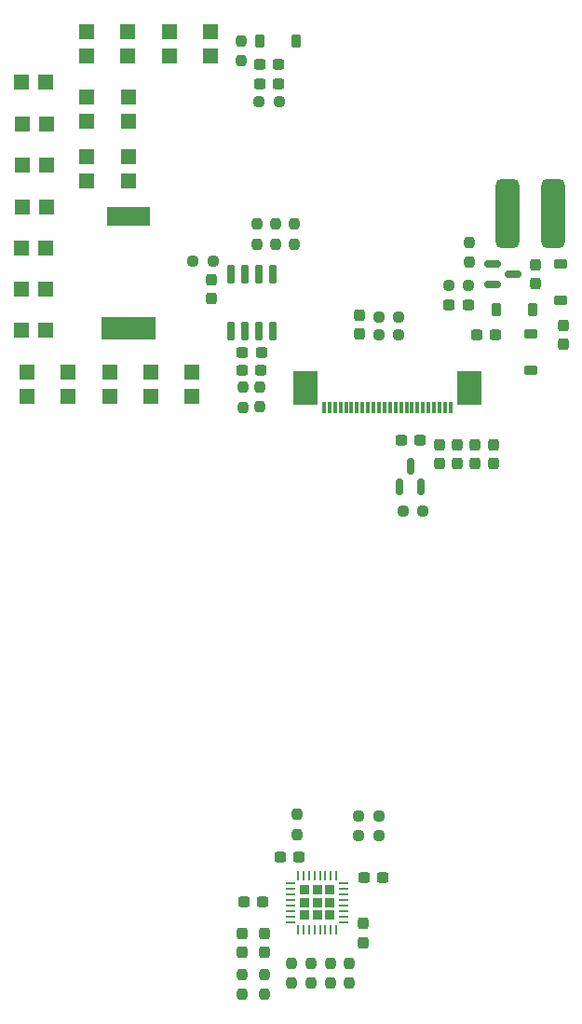
<source format=gbr>
%TF.GenerationSoftware,KiCad,Pcbnew,8.0.2*%
%TF.CreationDate,2025-02-23T20:01:42-05:00*%
%TF.ProjectId,Ecardz-Proto,45636172-647a-42d5-9072-6f746f2e6b69,rev?*%
%TF.SameCoordinates,Original*%
%TF.FileFunction,Paste,Top*%
%TF.FilePolarity,Positive*%
%FSLAX46Y46*%
G04 Gerber Fmt 4.6, Leading zero omitted, Abs format (unit mm)*
G04 Created by KiCad (PCBNEW 8.0.2) date 2025-02-23 20:01:42*
%MOMM*%
%LPD*%
G01*
G04 APERTURE LIST*
G04 Aperture macros list*
%AMRoundRect*
0 Rectangle with rounded corners*
0 $1 Rounding radius*
0 $2 $3 $4 $5 $6 $7 $8 $9 X,Y pos of 4 corners*
0 Add a 4 corners polygon primitive as box body*
4,1,4,$2,$3,$4,$5,$6,$7,$8,$9,$2,$3,0*
0 Add four circle primitives for the rounded corners*
1,1,$1+$1,$2,$3*
1,1,$1+$1,$4,$5*
1,1,$1+$1,$6,$7*
1,1,$1+$1,$8,$9*
0 Add four rect primitives between the rounded corners*
20,1,$1+$1,$2,$3,$4,$5,0*
20,1,$1+$1,$4,$5,$6,$7,0*
20,1,$1+$1,$6,$7,$8,$9,0*
20,1,$1+$1,$8,$9,$2,$3,0*%
G04 Aperture macros list end*
%ADD10RoundRect,0.237500X0.237500X-0.250000X0.237500X0.250000X-0.237500X0.250000X-0.237500X-0.250000X0*%
%ADD11RoundRect,0.237500X0.250000X0.237500X-0.250000X0.237500X-0.250000X-0.237500X0.250000X-0.237500X0*%
%ADD12R,5.000000X2.000000*%
%ADD13R,4.000000X1.700000*%
%ADD14RoundRect,0.225000X0.225000X0.375000X-0.225000X0.375000X-0.225000X-0.375000X0.225000X-0.375000X0*%
%ADD15RoundRect,0.237500X-0.300000X-0.237500X0.300000X-0.237500X0.300000X0.237500X-0.300000X0.237500X0*%
%ADD16R,1.400000X1.400000*%
%ADD17RoundRect,0.225000X0.375000X-0.225000X0.375000X0.225000X-0.375000X0.225000X-0.375000X-0.225000X0*%
%ADD18RoundRect,0.237500X-0.237500X0.300000X-0.237500X-0.300000X0.237500X-0.300000X0.237500X0.300000X0*%
%ADD19RoundRect,0.237500X-0.250000X-0.237500X0.250000X-0.237500X0.250000X0.237500X-0.250000X0.237500X0*%
%ADD20RoundRect,0.237500X0.300000X0.237500X-0.300000X0.237500X-0.300000X-0.237500X0.300000X-0.237500X0*%
%ADD21RoundRect,0.237500X0.237500X-0.300000X0.237500X0.300000X-0.237500X0.300000X-0.237500X-0.300000X0*%
%ADD22RoundRect,0.150000X0.150000X-0.587500X0.150000X0.587500X-0.150000X0.587500X-0.150000X-0.587500X0*%
%ADD23RoundRect,0.150000X-0.587500X-0.150000X0.587500X-0.150000X0.587500X0.150000X-0.587500X0.150000X0*%
%ADD24RoundRect,0.237500X-0.237500X0.250000X-0.237500X-0.250000X0.237500X-0.250000X0.237500X0.250000X0*%
%ADD25RoundRect,0.225000X-0.225000X-0.375000X0.225000X-0.375000X0.225000X0.375000X-0.225000X0.375000X0*%
%ADD26RoundRect,0.237500X0.237500X-0.287500X0.237500X0.287500X-0.237500X0.287500X-0.237500X-0.287500X0*%
%ADD27RoundRect,0.232500X-0.232500X-0.232500X0.232500X-0.232500X0.232500X0.232500X-0.232500X0.232500X0*%
%ADD28RoundRect,0.062500X-0.375000X-0.062500X0.375000X-0.062500X0.375000X0.062500X-0.375000X0.062500X0*%
%ADD29RoundRect,0.062500X-0.062500X-0.375000X0.062500X-0.375000X0.062500X0.375000X-0.062500X0.375000X0*%
%ADD30RoundRect,0.150000X0.150000X-0.725000X0.150000X0.725000X-0.150000X0.725000X-0.150000X-0.725000X0*%
%ADD31RoundRect,0.537500X0.537500X2.612500X-0.537500X2.612500X-0.537500X-2.612500X0.537500X-2.612500X0*%
%ADD32R,0.300000X1.100000*%
%ADD33R,2.300000X3.100000*%
G04 APERTURE END LIST*
D10*
%TO.C,R8*%
X453878478Y-69394022D03*
X453878478Y-67569022D03*
%TD*%
%TO.C,R4*%
X470041522Y-3940978D03*
X470041522Y-2115978D03*
%TD*%
D11*
%TO.C,R10*%
X452735000Y10640000D03*
X450910000Y10640000D03*
%TD*%
D12*
%TO.C,C8*%
X438987500Y-9941961D03*
D13*
X438987500Y208039D03*
%TD*%
D10*
%TO.C,R12*%
X454378478Y-55894022D03*
X454378478Y-54069022D03*
%TD*%
D14*
%TO.C,D3*%
X475791522Y-8278478D03*
X472491522Y-8278478D03*
%TD*%
D15*
%TO.C,C5*%
X463837500Y-20100000D03*
X465562500Y-20100000D03*
%TD*%
D16*
%TO.C,C27*%
X437332500Y-13930000D03*
X437332500Y-16130000D03*
%TD*%
D17*
%TO.C,D2*%
X475641522Y-13778478D03*
X475641522Y-10478478D03*
%TD*%
D18*
%TO.C,C11*%
X478541522Y-9665978D03*
X478541522Y-11390978D03*
%TD*%
D19*
%TO.C,R21*%
X444887500Y-3800000D03*
X446712500Y-3800000D03*
%TD*%
D16*
%TO.C,C24*%
X442710000Y14750000D03*
X442710000Y16950000D03*
%TD*%
D18*
%TO.C,C2*%
X470500000Y-20500000D03*
X470500000Y-22225000D03*
%TD*%
D10*
%TO.C,R19*%
X449470000Y-17092500D03*
X449470000Y-15267500D03*
%TD*%
D16*
%TO.C,C26*%
X439000000Y11060000D03*
X439000000Y8860000D03*
%TD*%
D20*
%TO.C,C19*%
X462140978Y-59831522D03*
X460415978Y-59831522D03*
%TD*%
D10*
%TO.C,R16*%
X457378478Y-69394022D03*
X457378478Y-67569022D03*
%TD*%
D16*
%TO.C,C31*%
X441032500Y-13930000D03*
X441032500Y-16130000D03*
%TD*%
%TO.C,C25*%
X429832500Y-13930000D03*
X429832500Y-16130000D03*
%TD*%
%TO.C,C23*%
X431572500Y1090000D03*
X429372500Y1090000D03*
%TD*%
D11*
%TO.C,R9*%
X465812500Y-26537500D03*
X463987500Y-26537500D03*
%TD*%
D16*
%TO.C,C23*%
X431522500Y-10140000D03*
X429322500Y-10140000D03*
%TD*%
D15*
%TO.C,C12*%
X450947500Y12240000D03*
X452672500Y12240000D03*
%TD*%
D16*
%TO.C,C30*%
X435210000Y11050000D03*
X435210000Y8850000D03*
%TD*%
D11*
%TO.C,R3*%
X463612500Y-8900000D03*
X461787500Y-8900000D03*
%TD*%
D10*
%TO.C,R7*%
X455628478Y-69394022D03*
X455628478Y-67569022D03*
%TD*%
D21*
%TO.C,C9*%
X460000000Y-10462500D03*
X460000000Y-8737500D03*
%TD*%
D20*
%TO.C,C21*%
X451092500Y-12120000D03*
X449367500Y-12120000D03*
%TD*%
D22*
%TO.C,Q2*%
X463700000Y-24300000D03*
X465600000Y-24300000D03*
X464650000Y-22425000D03*
%TD*%
D16*
%TO.C,C30*%
X431522500Y-2640000D03*
X429322500Y-2640000D03*
%TD*%
D11*
%TO.C,R2*%
X463600000Y-10500000D03*
X461775000Y-10500000D03*
%TD*%
D16*
%TO.C,C29*%
X446510000Y14790000D03*
X446510000Y16990000D03*
%TD*%
D23*
%TO.C,Q1*%
X472104022Y-4078478D03*
X472104022Y-5978478D03*
X473979022Y-5028478D03*
%TD*%
D20*
%TO.C,C20*%
X451057500Y-13705000D03*
X449332500Y-13705000D03*
%TD*%
D16*
%TO.C,C30*%
X431572500Y8590000D03*
X429372500Y8590000D03*
%TD*%
D24*
%TO.C,R20*%
X450700000Y-487500D03*
X450700000Y-2312500D03*
%TD*%
D18*
%TO.C,C13*%
X476041522Y-4165978D03*
X476041522Y-5890978D03*
%TD*%
%TO.C,C1*%
X472175000Y-20500000D03*
X472175000Y-22225000D03*
%TD*%
D24*
%TO.C,R13*%
X449378478Y-68569022D03*
X449378478Y-70394022D03*
%TD*%
D25*
%TO.C,D4*%
X450960000Y16140000D03*
X454260000Y16140000D03*
%TD*%
D18*
%TO.C,C6*%
X468925000Y-20500000D03*
X468925000Y-22225000D03*
%TD*%
D26*
%TO.C,D5*%
X451378478Y-66606522D03*
X451378478Y-64856522D03*
%TD*%
D15*
%TO.C,C10*%
X450947500Y13990000D03*
X452672500Y13990000D03*
%TD*%
D16*
%TO.C,C30*%
X435220000Y5640000D03*
X435220000Y3440000D03*
%TD*%
D19*
%TO.C,R15*%
X459965978Y-55981522D03*
X461790978Y-55981522D03*
%TD*%
D24*
%TO.C,R5*%
X452400000Y-487500D03*
X452400000Y-2312500D03*
%TD*%
D27*
%TO.C,U1*%
X455028478Y-60931522D03*
X455028478Y-62081522D03*
X455028478Y-63231522D03*
X456178478Y-60931522D03*
X456178478Y-62081522D03*
X456178478Y-63231522D03*
X457328478Y-60931522D03*
X457328478Y-62081522D03*
X457328478Y-63231522D03*
D28*
X453740978Y-60331522D03*
X453740978Y-60831522D03*
X453740978Y-61331522D03*
X453740978Y-61831522D03*
X453740978Y-62331522D03*
X453740978Y-62831522D03*
X453740978Y-63331522D03*
X453740978Y-63831522D03*
D29*
X454428478Y-64519022D03*
X454928478Y-64519022D03*
X455428478Y-64519022D03*
X455928478Y-64519022D03*
X456428478Y-64519022D03*
X456928478Y-64519022D03*
X457428478Y-64519022D03*
X457928478Y-64519022D03*
D28*
X458615978Y-63831522D03*
X458615978Y-63331522D03*
X458615978Y-62831522D03*
X458615978Y-62331522D03*
X458615978Y-61831522D03*
X458615978Y-61331522D03*
X458615978Y-60831522D03*
X458615978Y-60331522D03*
D29*
X457928478Y-59644022D03*
X457428478Y-59644022D03*
X456928478Y-59644022D03*
X456428478Y-59644022D03*
X455928478Y-59644022D03*
X455428478Y-59644022D03*
X454928478Y-59644022D03*
X454428478Y-59644022D03*
%TD*%
D16*
%TO.C,C32*%
X444782500Y-13930000D03*
X444782500Y-16130000D03*
%TD*%
D10*
%TO.C,R25*%
X449310000Y14327500D03*
X449310000Y16152500D03*
%TD*%
D16*
%TO.C,C34*%
X433532500Y-13930000D03*
X433532500Y-16130000D03*
%TD*%
D17*
%TO.C,D1*%
X478291522Y-7428478D03*
X478291522Y-4128478D03*
%TD*%
D11*
%TO.C,R1*%
X469954022Y-6028478D03*
X468129022Y-6028478D03*
%TD*%
%TO.C,R14*%
X461790978Y-54231522D03*
X459965978Y-54231522D03*
%TD*%
D24*
%TO.C,R17*%
X459128478Y-67569022D03*
X459128478Y-69394022D03*
%TD*%
D16*
%TO.C,C33*%
X438960000Y14750000D03*
X438960000Y16950000D03*
%TD*%
D26*
%TO.C,D6*%
X449378478Y-66606522D03*
X449378478Y-64856522D03*
%TD*%
D30*
%TO.C,IC1*%
X448332500Y-10190000D03*
X449602500Y-10190000D03*
X450872500Y-10190000D03*
X452142500Y-10190000D03*
X452142500Y-5040000D03*
X450872500Y-5040000D03*
X449602500Y-5040000D03*
X448332500Y-5040000D03*
%TD*%
D16*
%TO.C,C26*%
X431522500Y-6390000D03*
X429322500Y-6390000D03*
%TD*%
D24*
%TO.C,R6*%
X454100000Y-487500D03*
X454100000Y-2312500D03*
%TD*%
D16*
%TO.C,C26*%
X439010000Y5650000D03*
X439010000Y3450000D03*
%TD*%
D18*
%TO.C,C15*%
X446559022Y-5517939D03*
X446559022Y-7242939D03*
%TD*%
D20*
%TO.C,C4*%
X454552500Y-57920000D03*
X452827500Y-57920000D03*
%TD*%
D31*
%TO.C,L1*%
X477616522Y471522D03*
X473466522Y471522D03*
%TD*%
D15*
%TO.C,C17*%
X449515978Y-61981522D03*
X451240978Y-61981522D03*
%TD*%
D18*
%TO.C,C7*%
X467325000Y-20500000D03*
X467325000Y-22225000D03*
%TD*%
D20*
%TO.C,C3*%
X469904022Y-7778478D03*
X468179022Y-7778478D03*
%TD*%
D21*
%TO.C,C18*%
X460378478Y-65706522D03*
X460378478Y-63981522D03*
%TD*%
D24*
%TO.C,R11*%
X451378478Y-68569022D03*
X451378478Y-70394022D03*
%TD*%
D20*
%TO.C,C16*%
X472404022Y-10528478D03*
X470679022Y-10528478D03*
%TD*%
D16*
%TO.C,C28*%
X435210000Y14750000D03*
X435210000Y16950000D03*
%TD*%
%TO.C,C23*%
X431502500Y12450000D03*
X429302500Y12450000D03*
%TD*%
D10*
%TO.C,R18*%
X451000000Y-17082500D03*
X451000000Y-15257500D03*
%TD*%
D16*
%TO.C,C26*%
X431572500Y4840000D03*
X429372500Y4840000D03*
%TD*%
D32*
%TO.C,J2*%
X468301522Y-17093478D03*
X467801522Y-17093478D03*
X467301522Y-17093478D03*
X466801522Y-17093478D03*
X466301522Y-17093478D03*
X465801522Y-17093478D03*
X465301522Y-17093478D03*
X464801522Y-17093478D03*
X464301522Y-17093478D03*
X463801522Y-17093478D03*
X463301522Y-17093478D03*
X462801522Y-17093478D03*
X462301522Y-17093478D03*
X461801522Y-17093478D03*
X461301522Y-17093478D03*
X460801522Y-17093478D03*
X460301522Y-17093478D03*
X459801522Y-17093478D03*
X459301522Y-17093478D03*
X458801522Y-17093478D03*
X458301522Y-17093478D03*
X457801522Y-17093478D03*
X457301522Y-17093478D03*
X456801522Y-17093478D03*
D33*
X469971522Y-15393478D03*
X455131522Y-15393478D03*
%TD*%
M02*

</source>
